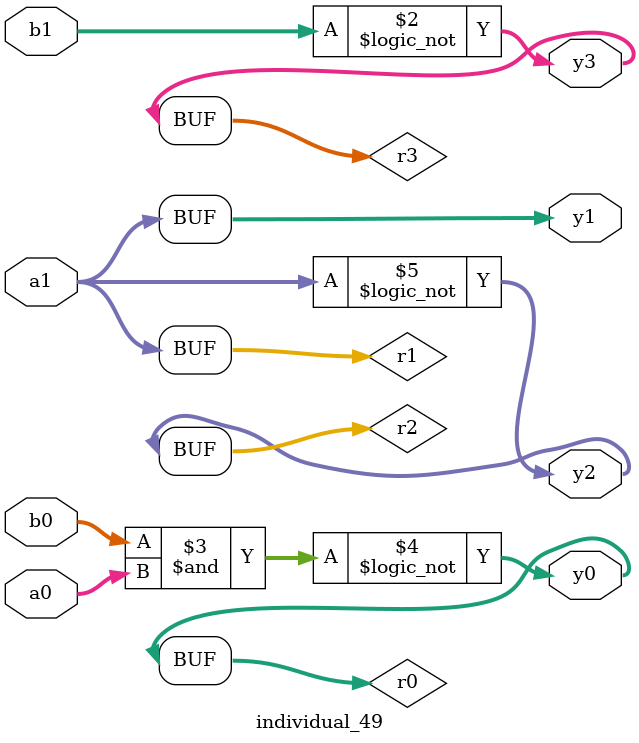
<source format=sv>
module individual_49(input logic [15:0] a1, input logic [15:0] a0, input logic [15:0] b1, input logic [15:0] b0, output logic [15:0] y3, output logic [15:0] y2, output logic [15:0] y1, output logic [15:0] y0);
logic [15:0] r0, r1, r2, r3; 
 always@(*) begin 
	 r0 = a0; r1 = a1; r2 = b0; r3 = b1; 
 	 r3 = ! b1 ;
 	 r2  &=  r0 ;
 	 r0 = ! r2 ;
 	 r2 = ! a1 ;
 	 y3 = r3; y2 = r2; y1 = r1; y0 = r0; 
end
endmodule
</source>
